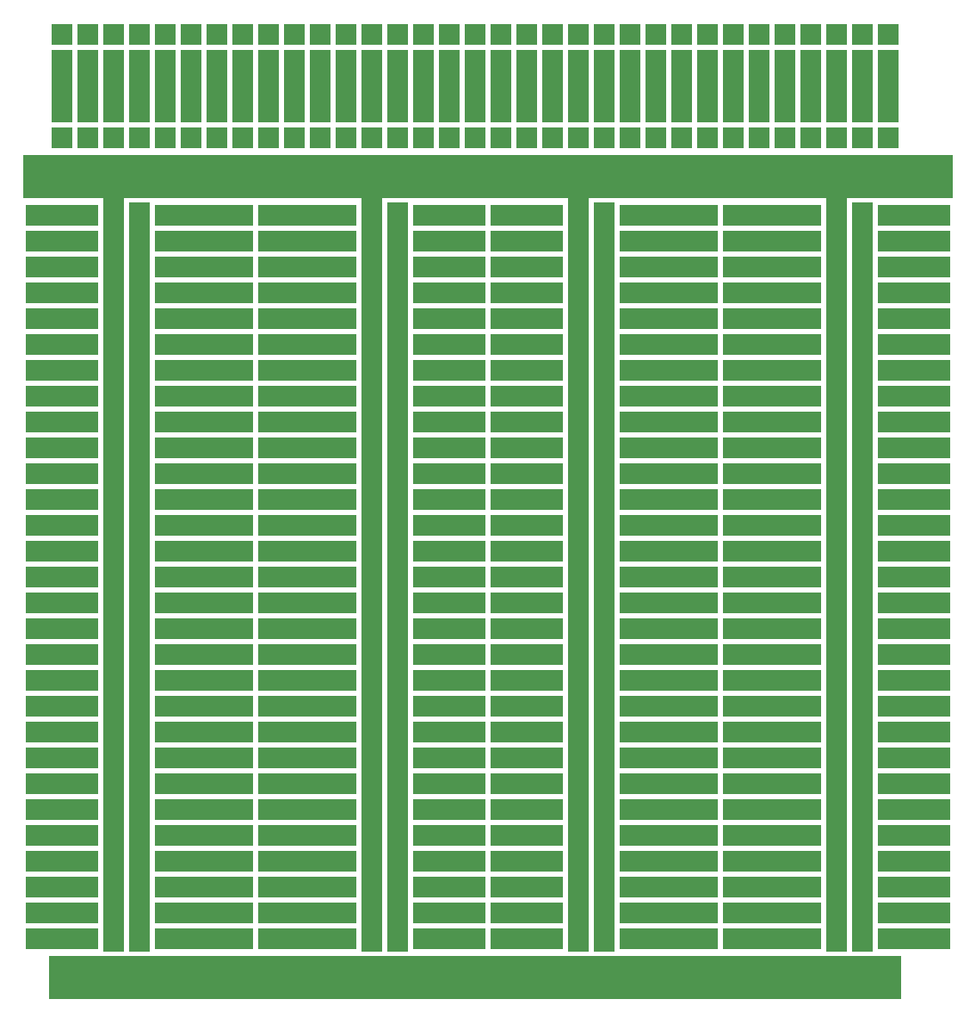
<source format=gbs>
G04 #@! TF.FileFunction,Soldermask,Bot*
%FSLAX46Y46*%
G04 Gerber Fmt 4.6, Leading zero omitted, Abs format (unit mm)*
G04 Created by KiCad (PCBNEW (after 2015-mar-04 BZR unknown)-product) date Mon 01 Jun 2015 23:33:07 BST*
%MOMM*%
G01*
G04 APERTURE LIST*
%ADD10C,0.150000*%
%ADD11R,2.032000X2.540000*%
%ADD12R,2.032000X2.032000*%
%ADD13R,3.048000X2.032000*%
%ADD14R,2.540000X2.286000*%
%ADD15R,3.048000X2.286000*%
G04 APERTURE END LIST*
D10*
D11*
X87630000Y-91440000D03*
X85090000Y-91440000D03*
D12*
X82550000Y-91440000D03*
D13*
X80010000Y-91440000D03*
X77470000Y-91440000D03*
D12*
X74930000Y-91440000D03*
X95250000Y-91440000D03*
D13*
X92710000Y-91440000D03*
D12*
X90170000Y-91440000D03*
D11*
X41910000Y-91440000D03*
X39370000Y-91440000D03*
D12*
X36830000Y-91440000D03*
D13*
X34290000Y-91440000D03*
X31750000Y-91440000D03*
D12*
X29210000Y-91440000D03*
X49530000Y-91440000D03*
D13*
X46990000Y-91440000D03*
D12*
X44450000Y-91440000D03*
D11*
X62230000Y-40640000D03*
X59690000Y-40640000D03*
D12*
X72390000Y-40640000D03*
D13*
X69850000Y-40640000D03*
X67310000Y-40640000D03*
D12*
X64770000Y-40640000D03*
X57150000Y-40640000D03*
D13*
X54610000Y-40640000D03*
D12*
X52070000Y-40640000D03*
D14*
X85090000Y-15494000D03*
X87630000Y-15494000D03*
X90170000Y-15494000D03*
X92710000Y-15494000D03*
X95250000Y-15494000D03*
X82550000Y-15494000D03*
X80010000Y-15494000D03*
X77470000Y-15494000D03*
X74930000Y-15494000D03*
D15*
X82550000Y-17526000D03*
D11*
X85090000Y-17780000D03*
D15*
X87630000Y-17526000D03*
D14*
X80010000Y-17526000D03*
X77470000Y-17526000D03*
X74930000Y-17526000D03*
X90170000Y-17526000D03*
X92710000Y-17526000D03*
X95250000Y-17526000D03*
X8890000Y-96266000D03*
X8890000Y-94234000D03*
D11*
X16510000Y-27940000D03*
X13970000Y-27940000D03*
D12*
X26670000Y-27940000D03*
D13*
X24130000Y-27940000D03*
X21590000Y-27940000D03*
D12*
X19050000Y-27940000D03*
X11430000Y-27940000D03*
D13*
X8890000Y-27940000D03*
D12*
X6350000Y-27940000D03*
D11*
X16510000Y-25400000D03*
X13970000Y-25400000D03*
D12*
X26670000Y-25400000D03*
D13*
X24130000Y-25400000D03*
X21590000Y-25400000D03*
D12*
X19050000Y-25400000D03*
X11430000Y-25400000D03*
D13*
X8890000Y-25400000D03*
D12*
X6350000Y-25400000D03*
D11*
X16510000Y-22860000D03*
X13970000Y-22860000D03*
D12*
X26670000Y-22860000D03*
D13*
X24130000Y-22860000D03*
X21590000Y-22860000D03*
D12*
X19050000Y-22860000D03*
X11430000Y-22860000D03*
D13*
X8890000Y-22860000D03*
D12*
X6350000Y-22860000D03*
D11*
X41910000Y-27940000D03*
X39370000Y-27940000D03*
D12*
X36830000Y-27940000D03*
D13*
X34290000Y-27940000D03*
X31750000Y-27940000D03*
D12*
X29210000Y-27940000D03*
X49530000Y-27940000D03*
D13*
X46990000Y-27940000D03*
D12*
X44450000Y-27940000D03*
D11*
X41910000Y-25400000D03*
X39370000Y-25400000D03*
D12*
X36830000Y-25400000D03*
D13*
X34290000Y-25400000D03*
X31750000Y-25400000D03*
D12*
X29210000Y-25400000D03*
X49530000Y-25400000D03*
D13*
X46990000Y-25400000D03*
D12*
X44450000Y-25400000D03*
D11*
X41910000Y-22860000D03*
X39370000Y-22860000D03*
D12*
X36830000Y-22860000D03*
D13*
X34290000Y-22860000D03*
X31750000Y-22860000D03*
D12*
X29210000Y-22860000D03*
X49530000Y-22860000D03*
D13*
X46990000Y-22860000D03*
D12*
X44450000Y-22860000D03*
D11*
X62230000Y-27940000D03*
X59690000Y-27940000D03*
D12*
X72390000Y-27940000D03*
D13*
X69850000Y-27940000D03*
X67310000Y-27940000D03*
D12*
X64770000Y-27940000D03*
X57150000Y-27940000D03*
D13*
X54610000Y-27940000D03*
D12*
X52070000Y-27940000D03*
D11*
X62230000Y-25400000D03*
X59690000Y-25400000D03*
D12*
X72390000Y-25400000D03*
D13*
X69850000Y-25400000D03*
X67310000Y-25400000D03*
D12*
X64770000Y-25400000D03*
X57150000Y-25400000D03*
D13*
X54610000Y-25400000D03*
D12*
X52070000Y-25400000D03*
D11*
X62230000Y-22860000D03*
X59690000Y-22860000D03*
D12*
X72390000Y-22860000D03*
D13*
X69850000Y-22860000D03*
X67310000Y-22860000D03*
D12*
X64770000Y-22860000D03*
X57150000Y-22860000D03*
D13*
X54610000Y-22860000D03*
D12*
X52070000Y-22860000D03*
D11*
X87630000Y-27940000D03*
X85090000Y-27940000D03*
D12*
X82550000Y-27940000D03*
D13*
X80010000Y-27940000D03*
X77470000Y-27940000D03*
D12*
X74930000Y-27940000D03*
X95250000Y-27940000D03*
D13*
X92710000Y-27940000D03*
D12*
X90170000Y-27940000D03*
D11*
X87630000Y-25400000D03*
X85090000Y-25400000D03*
D12*
X82550000Y-25400000D03*
D13*
X80010000Y-25400000D03*
X77470000Y-25400000D03*
D12*
X74930000Y-25400000D03*
X95250000Y-25400000D03*
D13*
X92710000Y-25400000D03*
D12*
X90170000Y-25400000D03*
D11*
X87630000Y-22860000D03*
X85090000Y-22860000D03*
D12*
X82550000Y-22860000D03*
D13*
X80010000Y-22860000D03*
X77470000Y-22860000D03*
D12*
X74930000Y-22860000D03*
X95250000Y-22860000D03*
D13*
X92710000Y-22860000D03*
D12*
X90170000Y-22860000D03*
D14*
X11430000Y-96266000D03*
X11430000Y-94234000D03*
X90170000Y-96266000D03*
X90170000Y-94234000D03*
X87630000Y-96266000D03*
X87630000Y-94234000D03*
X85090000Y-96266000D03*
X85090000Y-94234000D03*
X82550000Y-96266000D03*
X82550000Y-94234000D03*
X80010000Y-96266000D03*
X80010000Y-94234000D03*
X77470000Y-96266000D03*
X77470000Y-94234000D03*
X74930000Y-96266000D03*
X74930000Y-94234000D03*
X72390000Y-96266000D03*
X72390000Y-94234000D03*
X69850000Y-96266000D03*
X69850000Y-94234000D03*
X67310000Y-96266000D03*
X67310000Y-94234000D03*
X64770000Y-96266000D03*
X64770000Y-94234000D03*
X62230000Y-96266000D03*
X62230000Y-94234000D03*
X59690000Y-96266000D03*
X59690000Y-94234000D03*
X57150000Y-96266000D03*
X57150000Y-94234000D03*
X54610000Y-96266000D03*
X54610000Y-94234000D03*
X52070000Y-96266000D03*
X52070000Y-94234000D03*
X49530000Y-96266000D03*
X49530000Y-94234000D03*
X46990000Y-96266000D03*
X46990000Y-94234000D03*
X44450000Y-96266000D03*
X44450000Y-94234000D03*
X41910000Y-96266000D03*
X41910000Y-94234000D03*
X39370000Y-96266000D03*
X39370000Y-94234000D03*
X36830000Y-96266000D03*
X36830000Y-94234000D03*
X34290000Y-96266000D03*
X34290000Y-94234000D03*
X31750000Y-96266000D03*
X31750000Y-94234000D03*
X29210000Y-96266000D03*
X29210000Y-94234000D03*
X26670000Y-96266000D03*
X26670000Y-94234000D03*
X24130000Y-96266000D03*
X24130000Y-94234000D03*
X21590000Y-96266000D03*
X21590000Y-94234000D03*
X19050000Y-96266000D03*
X19050000Y-94234000D03*
X16510000Y-96266000D03*
X16510000Y-94234000D03*
D11*
X16510000Y-88900000D03*
X13970000Y-88900000D03*
D12*
X26670000Y-88900000D03*
D13*
X24130000Y-88900000D03*
X21590000Y-88900000D03*
D12*
X19050000Y-88900000D03*
X11430000Y-88900000D03*
D13*
X8890000Y-88900000D03*
D12*
X6350000Y-88900000D03*
D11*
X16510000Y-86360000D03*
X13970000Y-86360000D03*
D12*
X26670000Y-86360000D03*
D13*
X24130000Y-86360000D03*
X21590000Y-86360000D03*
D12*
X19050000Y-86360000D03*
X11430000Y-86360000D03*
D13*
X8890000Y-86360000D03*
D12*
X6350000Y-86360000D03*
D11*
X16510000Y-83820000D03*
X13970000Y-83820000D03*
D12*
X26670000Y-83820000D03*
D13*
X24130000Y-83820000D03*
X21590000Y-83820000D03*
D12*
X19050000Y-83820000D03*
X11430000Y-83820000D03*
D13*
X8890000Y-83820000D03*
D12*
X6350000Y-83820000D03*
D11*
X16510000Y-81280000D03*
X13970000Y-81280000D03*
D12*
X26670000Y-81280000D03*
D13*
X24130000Y-81280000D03*
X21590000Y-81280000D03*
D12*
X19050000Y-81280000D03*
X11430000Y-81280000D03*
D13*
X8890000Y-81280000D03*
D12*
X6350000Y-81280000D03*
D11*
X16510000Y-78740000D03*
X13970000Y-78740000D03*
D12*
X26670000Y-78740000D03*
D13*
X24130000Y-78740000D03*
X21590000Y-78740000D03*
D12*
X19050000Y-78740000D03*
X11430000Y-78740000D03*
D13*
X8890000Y-78740000D03*
D12*
X6350000Y-78740000D03*
D11*
X16510000Y-76200000D03*
X13970000Y-76200000D03*
D12*
X26670000Y-76200000D03*
D13*
X24130000Y-76200000D03*
X21590000Y-76200000D03*
D12*
X19050000Y-76200000D03*
X11430000Y-76200000D03*
D13*
X8890000Y-76200000D03*
D12*
X6350000Y-76200000D03*
D11*
X16510000Y-73660000D03*
X13970000Y-73660000D03*
D12*
X26670000Y-73660000D03*
D13*
X24130000Y-73660000D03*
X21590000Y-73660000D03*
D12*
X19050000Y-73660000D03*
X11430000Y-73660000D03*
D13*
X8890000Y-73660000D03*
D12*
X6350000Y-73660000D03*
D11*
X16510000Y-71120000D03*
X13970000Y-71120000D03*
D12*
X26670000Y-71120000D03*
D13*
X24130000Y-71120000D03*
X21590000Y-71120000D03*
D12*
X19050000Y-71120000D03*
X11430000Y-71120000D03*
D13*
X8890000Y-71120000D03*
D12*
X6350000Y-71120000D03*
D11*
X16510000Y-68580000D03*
X13970000Y-68580000D03*
D12*
X26670000Y-68580000D03*
D13*
X24130000Y-68580000D03*
X21590000Y-68580000D03*
D12*
X19050000Y-68580000D03*
X11430000Y-68580000D03*
D13*
X8890000Y-68580000D03*
D12*
X6350000Y-68580000D03*
D11*
X16510000Y-66040000D03*
X13970000Y-66040000D03*
D12*
X26670000Y-66040000D03*
D13*
X24130000Y-66040000D03*
X21590000Y-66040000D03*
D12*
X19050000Y-66040000D03*
X11430000Y-66040000D03*
D13*
X8890000Y-66040000D03*
D12*
X6350000Y-66040000D03*
D11*
X16510000Y-63500000D03*
X13970000Y-63500000D03*
D12*
X26670000Y-63500000D03*
D13*
X24130000Y-63500000D03*
X21590000Y-63500000D03*
D12*
X19050000Y-63500000D03*
X11430000Y-63500000D03*
D13*
X8890000Y-63500000D03*
D12*
X6350000Y-63500000D03*
D11*
X16510000Y-60960000D03*
X13970000Y-60960000D03*
D12*
X26670000Y-60960000D03*
D13*
X24130000Y-60960000D03*
X21590000Y-60960000D03*
D12*
X19050000Y-60960000D03*
X11430000Y-60960000D03*
D13*
X8890000Y-60960000D03*
D12*
X6350000Y-60960000D03*
D11*
X16510000Y-58420000D03*
X13970000Y-58420000D03*
D12*
X26670000Y-58420000D03*
D13*
X24130000Y-58420000D03*
X21590000Y-58420000D03*
D12*
X19050000Y-58420000D03*
X11430000Y-58420000D03*
D13*
X8890000Y-58420000D03*
D12*
X6350000Y-58420000D03*
D11*
X16510000Y-55880000D03*
X13970000Y-55880000D03*
D12*
X26670000Y-55880000D03*
D13*
X24130000Y-55880000D03*
X21590000Y-55880000D03*
D12*
X19050000Y-55880000D03*
X11430000Y-55880000D03*
D13*
X8890000Y-55880000D03*
D12*
X6350000Y-55880000D03*
D11*
X16510000Y-53340000D03*
X13970000Y-53340000D03*
D12*
X26670000Y-53340000D03*
D13*
X24130000Y-53340000D03*
X21590000Y-53340000D03*
D12*
X19050000Y-53340000D03*
X11430000Y-53340000D03*
D13*
X8890000Y-53340000D03*
D12*
X6350000Y-53340000D03*
D11*
X16510000Y-50800000D03*
X13970000Y-50800000D03*
D12*
X26670000Y-50800000D03*
D13*
X24130000Y-50800000D03*
X21590000Y-50800000D03*
D12*
X19050000Y-50800000D03*
X11430000Y-50800000D03*
D13*
X8890000Y-50800000D03*
D12*
X6350000Y-50800000D03*
D11*
X16510000Y-48260000D03*
X13970000Y-48260000D03*
D12*
X26670000Y-48260000D03*
D13*
X24130000Y-48260000D03*
X21590000Y-48260000D03*
D12*
X19050000Y-48260000D03*
X11430000Y-48260000D03*
D13*
X8890000Y-48260000D03*
D12*
X6350000Y-48260000D03*
D11*
X16510000Y-45720000D03*
X13970000Y-45720000D03*
D12*
X26670000Y-45720000D03*
D13*
X24130000Y-45720000D03*
X21590000Y-45720000D03*
D12*
X19050000Y-45720000D03*
X11430000Y-45720000D03*
D13*
X8890000Y-45720000D03*
D12*
X6350000Y-45720000D03*
D11*
X16510000Y-43180000D03*
X13970000Y-43180000D03*
D12*
X26670000Y-43180000D03*
D13*
X24130000Y-43180000D03*
X21590000Y-43180000D03*
D12*
X19050000Y-43180000D03*
X11430000Y-43180000D03*
D13*
X8890000Y-43180000D03*
D12*
X6350000Y-43180000D03*
D11*
X16510000Y-40640000D03*
X13970000Y-40640000D03*
D12*
X26670000Y-40640000D03*
D13*
X24130000Y-40640000D03*
X21590000Y-40640000D03*
D12*
X19050000Y-40640000D03*
X11430000Y-40640000D03*
D13*
X8890000Y-40640000D03*
D12*
X6350000Y-40640000D03*
D11*
X16510000Y-38100000D03*
X13970000Y-38100000D03*
D12*
X26670000Y-38100000D03*
D13*
X24130000Y-38100000D03*
X21590000Y-38100000D03*
D12*
X19050000Y-38100000D03*
X11430000Y-38100000D03*
D13*
X8890000Y-38100000D03*
D12*
X6350000Y-38100000D03*
D11*
X16510000Y-35560000D03*
X13970000Y-35560000D03*
D12*
X26670000Y-35560000D03*
D13*
X24130000Y-35560000D03*
X21590000Y-35560000D03*
D12*
X19050000Y-35560000D03*
X11430000Y-35560000D03*
D13*
X8890000Y-35560000D03*
D12*
X6350000Y-35560000D03*
D11*
X16510000Y-33020000D03*
X13970000Y-33020000D03*
D12*
X26670000Y-33020000D03*
D13*
X24130000Y-33020000D03*
X21590000Y-33020000D03*
D12*
X19050000Y-33020000D03*
X11430000Y-33020000D03*
D13*
X8890000Y-33020000D03*
D12*
X6350000Y-33020000D03*
D11*
X16510000Y-30480000D03*
X13970000Y-30480000D03*
D12*
X26670000Y-30480000D03*
D13*
X24130000Y-30480000D03*
X21590000Y-30480000D03*
D12*
X19050000Y-30480000D03*
X11430000Y-30480000D03*
D13*
X8890000Y-30480000D03*
D12*
X6350000Y-30480000D03*
D11*
X16510000Y-20320000D03*
X13970000Y-20320000D03*
D12*
X26670000Y-20320000D03*
D13*
X24130000Y-20320000D03*
X21590000Y-20320000D03*
D12*
X19050000Y-20320000D03*
X11430000Y-20320000D03*
D13*
X8890000Y-20320000D03*
D12*
X6350000Y-20320000D03*
D11*
X16510000Y-20320000D03*
X13970000Y-20320000D03*
D12*
X26670000Y-20320000D03*
D13*
X24130000Y-20320000D03*
X21590000Y-20320000D03*
D12*
X19050000Y-20320000D03*
X11430000Y-20320000D03*
D13*
X8890000Y-20320000D03*
D12*
X6350000Y-20320000D03*
D11*
X16510000Y-30480000D03*
X13970000Y-30480000D03*
D12*
X26670000Y-30480000D03*
D13*
X24130000Y-30480000D03*
X21590000Y-30480000D03*
D12*
X19050000Y-30480000D03*
X11430000Y-30480000D03*
D13*
X8890000Y-30480000D03*
D12*
X6350000Y-30480000D03*
D11*
X16510000Y-33020000D03*
X13970000Y-33020000D03*
D12*
X26670000Y-33020000D03*
D13*
X24130000Y-33020000D03*
X21590000Y-33020000D03*
D12*
X19050000Y-33020000D03*
X11430000Y-33020000D03*
D13*
X8890000Y-33020000D03*
D12*
X6350000Y-33020000D03*
D11*
X16510000Y-35560000D03*
X13970000Y-35560000D03*
D12*
X26670000Y-35560000D03*
D13*
X24130000Y-35560000D03*
X21590000Y-35560000D03*
D12*
X19050000Y-35560000D03*
X11430000Y-35560000D03*
D13*
X8890000Y-35560000D03*
D12*
X6350000Y-35560000D03*
D11*
X16510000Y-38100000D03*
X13970000Y-38100000D03*
D12*
X26670000Y-38100000D03*
D13*
X24130000Y-38100000D03*
X21590000Y-38100000D03*
D12*
X19050000Y-38100000D03*
X11430000Y-38100000D03*
D13*
X8890000Y-38100000D03*
D12*
X6350000Y-38100000D03*
D11*
X16510000Y-40640000D03*
X13970000Y-40640000D03*
D12*
X26670000Y-40640000D03*
D13*
X24130000Y-40640000D03*
X21590000Y-40640000D03*
D12*
X19050000Y-40640000D03*
X11430000Y-40640000D03*
D13*
X8890000Y-40640000D03*
D12*
X6350000Y-40640000D03*
D11*
X16510000Y-43180000D03*
X13970000Y-43180000D03*
D12*
X26670000Y-43180000D03*
D13*
X24130000Y-43180000D03*
X21590000Y-43180000D03*
D12*
X19050000Y-43180000D03*
X11430000Y-43180000D03*
D13*
X8890000Y-43180000D03*
D12*
X6350000Y-43180000D03*
D11*
X16510000Y-45720000D03*
X13970000Y-45720000D03*
D12*
X26670000Y-45720000D03*
D13*
X24130000Y-45720000D03*
X21590000Y-45720000D03*
D12*
X19050000Y-45720000D03*
X11430000Y-45720000D03*
D13*
X8890000Y-45720000D03*
D12*
X6350000Y-45720000D03*
D11*
X16510000Y-48260000D03*
X13970000Y-48260000D03*
D12*
X26670000Y-48260000D03*
D13*
X24130000Y-48260000D03*
X21590000Y-48260000D03*
D12*
X19050000Y-48260000D03*
X11430000Y-48260000D03*
D13*
X8890000Y-48260000D03*
D12*
X6350000Y-48260000D03*
D11*
X16510000Y-50800000D03*
X13970000Y-50800000D03*
D12*
X26670000Y-50800000D03*
D13*
X24130000Y-50800000D03*
X21590000Y-50800000D03*
D12*
X19050000Y-50800000D03*
X11430000Y-50800000D03*
D13*
X8890000Y-50800000D03*
D12*
X6350000Y-50800000D03*
D11*
X16510000Y-53340000D03*
X13970000Y-53340000D03*
D12*
X26670000Y-53340000D03*
D13*
X24130000Y-53340000D03*
X21590000Y-53340000D03*
D12*
X19050000Y-53340000D03*
X11430000Y-53340000D03*
D13*
X8890000Y-53340000D03*
D12*
X6350000Y-53340000D03*
D11*
X16510000Y-55880000D03*
X13970000Y-55880000D03*
D12*
X26670000Y-55880000D03*
D13*
X24130000Y-55880000D03*
X21590000Y-55880000D03*
D12*
X19050000Y-55880000D03*
X11430000Y-55880000D03*
D13*
X8890000Y-55880000D03*
D12*
X6350000Y-55880000D03*
D11*
X16510000Y-58420000D03*
X13970000Y-58420000D03*
D12*
X26670000Y-58420000D03*
D13*
X24130000Y-58420000D03*
X21590000Y-58420000D03*
D12*
X19050000Y-58420000D03*
X11430000Y-58420000D03*
D13*
X8890000Y-58420000D03*
D12*
X6350000Y-58420000D03*
D11*
X16510000Y-60960000D03*
X13970000Y-60960000D03*
D12*
X26670000Y-60960000D03*
D13*
X24130000Y-60960000D03*
X21590000Y-60960000D03*
D12*
X19050000Y-60960000D03*
X11430000Y-60960000D03*
D13*
X8890000Y-60960000D03*
D12*
X6350000Y-60960000D03*
D11*
X16510000Y-63500000D03*
X13970000Y-63500000D03*
D12*
X26670000Y-63500000D03*
D13*
X24130000Y-63500000D03*
X21590000Y-63500000D03*
D12*
X19050000Y-63500000D03*
X11430000Y-63500000D03*
D13*
X8890000Y-63500000D03*
D12*
X6350000Y-63500000D03*
D11*
X16510000Y-66040000D03*
X13970000Y-66040000D03*
D12*
X26670000Y-66040000D03*
D13*
X24130000Y-66040000D03*
X21590000Y-66040000D03*
D12*
X19050000Y-66040000D03*
X11430000Y-66040000D03*
D13*
X8890000Y-66040000D03*
D12*
X6350000Y-66040000D03*
D11*
X16510000Y-68580000D03*
X13970000Y-68580000D03*
D12*
X26670000Y-68580000D03*
D13*
X24130000Y-68580000D03*
X21590000Y-68580000D03*
D12*
X19050000Y-68580000D03*
X11430000Y-68580000D03*
D13*
X8890000Y-68580000D03*
D12*
X6350000Y-68580000D03*
D11*
X16510000Y-71120000D03*
X13970000Y-71120000D03*
D12*
X26670000Y-71120000D03*
D13*
X24130000Y-71120000D03*
X21590000Y-71120000D03*
D12*
X19050000Y-71120000D03*
X11430000Y-71120000D03*
D13*
X8890000Y-71120000D03*
D12*
X6350000Y-71120000D03*
D11*
X16510000Y-73660000D03*
X13970000Y-73660000D03*
D12*
X26670000Y-73660000D03*
D13*
X24130000Y-73660000D03*
X21590000Y-73660000D03*
D12*
X19050000Y-73660000D03*
X11430000Y-73660000D03*
D13*
X8890000Y-73660000D03*
D12*
X6350000Y-73660000D03*
D11*
X16510000Y-76200000D03*
X13970000Y-76200000D03*
D12*
X26670000Y-76200000D03*
D13*
X24130000Y-76200000D03*
X21590000Y-76200000D03*
D12*
X19050000Y-76200000D03*
X11430000Y-76200000D03*
D13*
X8890000Y-76200000D03*
D12*
X6350000Y-76200000D03*
D11*
X16510000Y-78740000D03*
X13970000Y-78740000D03*
D12*
X26670000Y-78740000D03*
D13*
X24130000Y-78740000D03*
X21590000Y-78740000D03*
D12*
X19050000Y-78740000D03*
X11430000Y-78740000D03*
D13*
X8890000Y-78740000D03*
D12*
X6350000Y-78740000D03*
D11*
X16510000Y-81280000D03*
X13970000Y-81280000D03*
D12*
X26670000Y-81280000D03*
D13*
X24130000Y-81280000D03*
X21590000Y-81280000D03*
D12*
X19050000Y-81280000D03*
X11430000Y-81280000D03*
D13*
X8890000Y-81280000D03*
D12*
X6350000Y-81280000D03*
D11*
X16510000Y-83820000D03*
X13970000Y-83820000D03*
D12*
X26670000Y-83820000D03*
D13*
X24130000Y-83820000D03*
X21590000Y-83820000D03*
D12*
X19050000Y-83820000D03*
X11430000Y-83820000D03*
D13*
X8890000Y-83820000D03*
D12*
X6350000Y-83820000D03*
D11*
X16510000Y-86360000D03*
X13970000Y-86360000D03*
D12*
X26670000Y-86360000D03*
D13*
X24130000Y-86360000D03*
X21590000Y-86360000D03*
D12*
X19050000Y-86360000D03*
X11430000Y-86360000D03*
D13*
X8890000Y-86360000D03*
D12*
X6350000Y-86360000D03*
D11*
X16510000Y-91440000D03*
X13970000Y-91440000D03*
D12*
X26670000Y-91440000D03*
D13*
X24130000Y-91440000D03*
X21590000Y-91440000D03*
D12*
X19050000Y-91440000D03*
X11430000Y-91440000D03*
D13*
X8890000Y-91440000D03*
D12*
X6350000Y-91440000D03*
D11*
X62230000Y-88900000D03*
X59690000Y-88900000D03*
D12*
X72390000Y-88900000D03*
D13*
X69850000Y-88900000D03*
X67310000Y-88900000D03*
D12*
X64770000Y-88900000D03*
X57150000Y-88900000D03*
D13*
X54610000Y-88900000D03*
D12*
X52070000Y-88900000D03*
D11*
X62230000Y-86360000D03*
X59690000Y-86360000D03*
D12*
X72390000Y-86360000D03*
D13*
X69850000Y-86360000D03*
X67310000Y-86360000D03*
D12*
X64770000Y-86360000D03*
X57150000Y-86360000D03*
D13*
X54610000Y-86360000D03*
D12*
X52070000Y-86360000D03*
D11*
X62230000Y-83820000D03*
X59690000Y-83820000D03*
D12*
X72390000Y-83820000D03*
D13*
X69850000Y-83820000D03*
X67310000Y-83820000D03*
D12*
X64770000Y-83820000D03*
X57150000Y-83820000D03*
D13*
X54610000Y-83820000D03*
D12*
X52070000Y-83820000D03*
D11*
X62230000Y-81280000D03*
X59690000Y-81280000D03*
D12*
X72390000Y-81280000D03*
D13*
X69850000Y-81280000D03*
X67310000Y-81280000D03*
D12*
X64770000Y-81280000D03*
X57150000Y-81280000D03*
D13*
X54610000Y-81280000D03*
D12*
X52070000Y-81280000D03*
D11*
X62230000Y-78740000D03*
X59690000Y-78740000D03*
D12*
X72390000Y-78740000D03*
D13*
X69850000Y-78740000D03*
X67310000Y-78740000D03*
D12*
X64770000Y-78740000D03*
X57150000Y-78740000D03*
D13*
X54610000Y-78740000D03*
D12*
X52070000Y-78740000D03*
D11*
X62230000Y-76200000D03*
X59690000Y-76200000D03*
D12*
X72390000Y-76200000D03*
D13*
X69850000Y-76200000D03*
X67310000Y-76200000D03*
D12*
X64770000Y-76200000D03*
X57150000Y-76200000D03*
D13*
X54610000Y-76200000D03*
D12*
X52070000Y-76200000D03*
D11*
X62230000Y-73660000D03*
X59690000Y-73660000D03*
D12*
X72390000Y-73660000D03*
D13*
X69850000Y-73660000D03*
X67310000Y-73660000D03*
D12*
X64770000Y-73660000D03*
X57150000Y-73660000D03*
D13*
X54610000Y-73660000D03*
D12*
X52070000Y-73660000D03*
D11*
X62230000Y-71120000D03*
X59690000Y-71120000D03*
D12*
X72390000Y-71120000D03*
D13*
X69850000Y-71120000D03*
X67310000Y-71120000D03*
D12*
X64770000Y-71120000D03*
X57150000Y-71120000D03*
D13*
X54610000Y-71120000D03*
D12*
X52070000Y-71120000D03*
D11*
X62230000Y-68580000D03*
X59690000Y-68580000D03*
D12*
X72390000Y-68580000D03*
D13*
X69850000Y-68580000D03*
X67310000Y-68580000D03*
D12*
X64770000Y-68580000D03*
X57150000Y-68580000D03*
D13*
X54610000Y-68580000D03*
D12*
X52070000Y-68580000D03*
D11*
X62230000Y-66040000D03*
X59690000Y-66040000D03*
D12*
X72390000Y-66040000D03*
D13*
X69850000Y-66040000D03*
X67310000Y-66040000D03*
D12*
X64770000Y-66040000D03*
X57150000Y-66040000D03*
D13*
X54610000Y-66040000D03*
D12*
X52070000Y-66040000D03*
D11*
X62230000Y-63500000D03*
X59690000Y-63500000D03*
D12*
X72390000Y-63500000D03*
D13*
X69850000Y-63500000D03*
X67310000Y-63500000D03*
D12*
X64770000Y-63500000D03*
X57150000Y-63500000D03*
D13*
X54610000Y-63500000D03*
D12*
X52070000Y-63500000D03*
D11*
X62230000Y-60960000D03*
X59690000Y-60960000D03*
D12*
X72390000Y-60960000D03*
D13*
X69850000Y-60960000D03*
X67310000Y-60960000D03*
D12*
X64770000Y-60960000D03*
X57150000Y-60960000D03*
D13*
X54610000Y-60960000D03*
D12*
X52070000Y-60960000D03*
D11*
X62230000Y-58420000D03*
X59690000Y-58420000D03*
D12*
X72390000Y-58420000D03*
D13*
X69850000Y-58420000D03*
X67310000Y-58420000D03*
D12*
X64770000Y-58420000D03*
X57150000Y-58420000D03*
D13*
X54610000Y-58420000D03*
D12*
X52070000Y-58420000D03*
D11*
X62230000Y-55880000D03*
X59690000Y-55880000D03*
D12*
X72390000Y-55880000D03*
D13*
X69850000Y-55880000D03*
X67310000Y-55880000D03*
D12*
X64770000Y-55880000D03*
X57150000Y-55880000D03*
D13*
X54610000Y-55880000D03*
D12*
X52070000Y-55880000D03*
D11*
X62230000Y-53340000D03*
X59690000Y-53340000D03*
D12*
X72390000Y-53340000D03*
D13*
X69850000Y-53340000D03*
X67310000Y-53340000D03*
D12*
X64770000Y-53340000D03*
X57150000Y-53340000D03*
D13*
X54610000Y-53340000D03*
D12*
X52070000Y-53340000D03*
D11*
X62230000Y-50800000D03*
X59690000Y-50800000D03*
D12*
X72390000Y-50800000D03*
D13*
X69850000Y-50800000D03*
X67310000Y-50800000D03*
D12*
X64770000Y-50800000D03*
X57150000Y-50800000D03*
D13*
X54610000Y-50800000D03*
D12*
X52070000Y-50800000D03*
D11*
X62230000Y-48260000D03*
X59690000Y-48260000D03*
D12*
X72390000Y-48260000D03*
D13*
X69850000Y-48260000D03*
X67310000Y-48260000D03*
D12*
X64770000Y-48260000D03*
X57150000Y-48260000D03*
D13*
X54610000Y-48260000D03*
D12*
X52070000Y-48260000D03*
D11*
X62230000Y-45720000D03*
X59690000Y-45720000D03*
D12*
X72390000Y-45720000D03*
D13*
X69850000Y-45720000D03*
X67310000Y-45720000D03*
D12*
X64770000Y-45720000D03*
X57150000Y-45720000D03*
D13*
X54610000Y-45720000D03*
D12*
X52070000Y-45720000D03*
D11*
X62230000Y-43180000D03*
X59690000Y-43180000D03*
D12*
X72390000Y-43180000D03*
D13*
X69850000Y-43180000D03*
X67310000Y-43180000D03*
D12*
X64770000Y-43180000D03*
X57150000Y-43180000D03*
D13*
X54610000Y-43180000D03*
D12*
X52070000Y-43180000D03*
D11*
X62230000Y-40640000D03*
X59690000Y-40640000D03*
D12*
X72390000Y-40640000D03*
D13*
X69850000Y-40640000D03*
X67310000Y-40640000D03*
D12*
X64770000Y-40640000D03*
X57150000Y-40640000D03*
D13*
X54610000Y-40640000D03*
D12*
X52070000Y-40640000D03*
D11*
X62230000Y-38100000D03*
X59690000Y-38100000D03*
D12*
X72390000Y-38100000D03*
D13*
X69850000Y-38100000D03*
X67310000Y-38100000D03*
D12*
X64770000Y-38100000D03*
X57150000Y-38100000D03*
D13*
X54610000Y-38100000D03*
D12*
X52070000Y-38100000D03*
D11*
X62230000Y-35560000D03*
X59690000Y-35560000D03*
D12*
X72390000Y-35560000D03*
D13*
X69850000Y-35560000D03*
X67310000Y-35560000D03*
D12*
X64770000Y-35560000D03*
X57150000Y-35560000D03*
D13*
X54610000Y-35560000D03*
D12*
X52070000Y-35560000D03*
D11*
X62230000Y-33020000D03*
X59690000Y-33020000D03*
D12*
X72390000Y-33020000D03*
D13*
X69850000Y-33020000D03*
X67310000Y-33020000D03*
D12*
X64770000Y-33020000D03*
X57150000Y-33020000D03*
D13*
X54610000Y-33020000D03*
D12*
X52070000Y-33020000D03*
D11*
X62230000Y-30480000D03*
X59690000Y-30480000D03*
D12*
X72390000Y-30480000D03*
D13*
X69850000Y-30480000D03*
X67310000Y-30480000D03*
D12*
X64770000Y-30480000D03*
X57150000Y-30480000D03*
D13*
X54610000Y-30480000D03*
D12*
X52070000Y-30480000D03*
D11*
X62230000Y-20320000D03*
X59690000Y-20320000D03*
D12*
X72390000Y-20320000D03*
D13*
X69850000Y-20320000D03*
X67310000Y-20320000D03*
D12*
X64770000Y-20320000D03*
X57150000Y-20320000D03*
D13*
X54610000Y-20320000D03*
D12*
X52070000Y-20320000D03*
D11*
X62230000Y-20320000D03*
X59690000Y-20320000D03*
D12*
X72390000Y-20320000D03*
D13*
X69850000Y-20320000D03*
X67310000Y-20320000D03*
D12*
X64770000Y-20320000D03*
X57150000Y-20320000D03*
D13*
X54610000Y-20320000D03*
D12*
X52070000Y-20320000D03*
D11*
X62230000Y-30480000D03*
X59690000Y-30480000D03*
D12*
X72390000Y-30480000D03*
D13*
X69850000Y-30480000D03*
X67310000Y-30480000D03*
D12*
X64770000Y-30480000D03*
X57150000Y-30480000D03*
D13*
X54610000Y-30480000D03*
D12*
X52070000Y-30480000D03*
D11*
X62230000Y-33020000D03*
X59690000Y-33020000D03*
D12*
X72390000Y-33020000D03*
D13*
X69850000Y-33020000D03*
X67310000Y-33020000D03*
D12*
X64770000Y-33020000D03*
X57150000Y-33020000D03*
D13*
X54610000Y-33020000D03*
D12*
X52070000Y-33020000D03*
D11*
X62230000Y-35560000D03*
X59690000Y-35560000D03*
D12*
X72390000Y-35560000D03*
D13*
X69850000Y-35560000D03*
X67310000Y-35560000D03*
D12*
X64770000Y-35560000D03*
X57150000Y-35560000D03*
D13*
X54610000Y-35560000D03*
D12*
X52070000Y-35560000D03*
D11*
X62230000Y-38100000D03*
X59690000Y-38100000D03*
D12*
X72390000Y-38100000D03*
D13*
X69850000Y-38100000D03*
X67310000Y-38100000D03*
D12*
X64770000Y-38100000D03*
X57150000Y-38100000D03*
D13*
X54610000Y-38100000D03*
D12*
X52070000Y-38100000D03*
D11*
X62230000Y-40640000D03*
X59690000Y-40640000D03*
D12*
X72390000Y-40640000D03*
D13*
X69850000Y-40640000D03*
X67310000Y-40640000D03*
D12*
X64770000Y-40640000D03*
X57150000Y-40640000D03*
D13*
X54610000Y-40640000D03*
D12*
X52070000Y-40640000D03*
D11*
X62230000Y-43180000D03*
X59690000Y-43180000D03*
D12*
X72390000Y-43180000D03*
D13*
X69850000Y-43180000D03*
X67310000Y-43180000D03*
D12*
X64770000Y-43180000D03*
X57150000Y-43180000D03*
D13*
X54610000Y-43180000D03*
D12*
X52070000Y-43180000D03*
D11*
X62230000Y-45720000D03*
X59690000Y-45720000D03*
D12*
X72390000Y-45720000D03*
D13*
X69850000Y-45720000D03*
X67310000Y-45720000D03*
D12*
X64770000Y-45720000D03*
X57150000Y-45720000D03*
D13*
X54610000Y-45720000D03*
D12*
X52070000Y-45720000D03*
D11*
X62230000Y-48260000D03*
X59690000Y-48260000D03*
D12*
X72390000Y-48260000D03*
D13*
X69850000Y-48260000D03*
X67310000Y-48260000D03*
D12*
X64770000Y-48260000D03*
X57150000Y-48260000D03*
D13*
X54610000Y-48260000D03*
D12*
X52070000Y-48260000D03*
D11*
X62230000Y-50800000D03*
X59690000Y-50800000D03*
D12*
X72390000Y-50800000D03*
D13*
X69850000Y-50800000D03*
X67310000Y-50800000D03*
D12*
X64770000Y-50800000D03*
X57150000Y-50800000D03*
D13*
X54610000Y-50800000D03*
D12*
X52070000Y-50800000D03*
D11*
X62230000Y-53340000D03*
X59690000Y-53340000D03*
D12*
X72390000Y-53340000D03*
D13*
X69850000Y-53340000D03*
X67310000Y-53340000D03*
D12*
X64770000Y-53340000D03*
X57150000Y-53340000D03*
D13*
X54610000Y-53340000D03*
D12*
X52070000Y-53340000D03*
D11*
X62230000Y-55880000D03*
X59690000Y-55880000D03*
D12*
X72390000Y-55880000D03*
D13*
X69850000Y-55880000D03*
X67310000Y-55880000D03*
D12*
X64770000Y-55880000D03*
X57150000Y-55880000D03*
D13*
X54610000Y-55880000D03*
D12*
X52070000Y-55880000D03*
D11*
X62230000Y-58420000D03*
X59690000Y-58420000D03*
D12*
X72390000Y-58420000D03*
D13*
X69850000Y-58420000D03*
X67310000Y-58420000D03*
D12*
X64770000Y-58420000D03*
X57150000Y-58420000D03*
D13*
X54610000Y-58420000D03*
D12*
X52070000Y-58420000D03*
D11*
X62230000Y-60960000D03*
X59690000Y-60960000D03*
D12*
X72390000Y-60960000D03*
D13*
X69850000Y-60960000D03*
X67310000Y-60960000D03*
D12*
X64770000Y-60960000D03*
X57150000Y-60960000D03*
D13*
X54610000Y-60960000D03*
D12*
X52070000Y-60960000D03*
D11*
X62230000Y-63500000D03*
X59690000Y-63500000D03*
D12*
X72390000Y-63500000D03*
D13*
X69850000Y-63500000D03*
X67310000Y-63500000D03*
D12*
X64770000Y-63500000D03*
X57150000Y-63500000D03*
D13*
X54610000Y-63500000D03*
D12*
X52070000Y-63500000D03*
D11*
X62230000Y-66040000D03*
X59690000Y-66040000D03*
D12*
X72390000Y-66040000D03*
D13*
X69850000Y-66040000D03*
X67310000Y-66040000D03*
D12*
X64770000Y-66040000D03*
X57150000Y-66040000D03*
D13*
X54610000Y-66040000D03*
D12*
X52070000Y-66040000D03*
D11*
X62230000Y-68580000D03*
X59690000Y-68580000D03*
D12*
X72390000Y-68580000D03*
D13*
X69850000Y-68580000D03*
X67310000Y-68580000D03*
D12*
X64770000Y-68580000D03*
X57150000Y-68580000D03*
D13*
X54610000Y-68580000D03*
D12*
X52070000Y-68580000D03*
D11*
X62230000Y-71120000D03*
X59690000Y-71120000D03*
D12*
X72390000Y-71120000D03*
D13*
X69850000Y-71120000D03*
X67310000Y-71120000D03*
D12*
X64770000Y-71120000D03*
X57150000Y-71120000D03*
D13*
X54610000Y-71120000D03*
D12*
X52070000Y-71120000D03*
D11*
X62230000Y-73660000D03*
X59690000Y-73660000D03*
D12*
X72390000Y-73660000D03*
D13*
X69850000Y-73660000D03*
X67310000Y-73660000D03*
D12*
X64770000Y-73660000D03*
X57150000Y-73660000D03*
D13*
X54610000Y-73660000D03*
D12*
X52070000Y-73660000D03*
D11*
X62230000Y-76200000D03*
X59690000Y-76200000D03*
D12*
X72390000Y-76200000D03*
D13*
X69850000Y-76200000D03*
X67310000Y-76200000D03*
D12*
X64770000Y-76200000D03*
X57150000Y-76200000D03*
D13*
X54610000Y-76200000D03*
D12*
X52070000Y-76200000D03*
D11*
X62230000Y-78740000D03*
X59690000Y-78740000D03*
D12*
X72390000Y-78740000D03*
D13*
X69850000Y-78740000D03*
X67310000Y-78740000D03*
D12*
X64770000Y-78740000D03*
X57150000Y-78740000D03*
D13*
X54610000Y-78740000D03*
D12*
X52070000Y-78740000D03*
D11*
X62230000Y-81280000D03*
X59690000Y-81280000D03*
D12*
X72390000Y-81280000D03*
D13*
X69850000Y-81280000D03*
X67310000Y-81280000D03*
D12*
X64770000Y-81280000D03*
X57150000Y-81280000D03*
D13*
X54610000Y-81280000D03*
D12*
X52070000Y-81280000D03*
D11*
X62230000Y-83820000D03*
X59690000Y-83820000D03*
D12*
X72390000Y-83820000D03*
D13*
X69850000Y-83820000D03*
X67310000Y-83820000D03*
D12*
X64770000Y-83820000D03*
X57150000Y-83820000D03*
D13*
X54610000Y-83820000D03*
D12*
X52070000Y-83820000D03*
D11*
X62230000Y-86360000D03*
X59690000Y-86360000D03*
D12*
X72390000Y-86360000D03*
D13*
X69850000Y-86360000D03*
X67310000Y-86360000D03*
D12*
X64770000Y-86360000D03*
X57150000Y-86360000D03*
D13*
X54610000Y-86360000D03*
D12*
X52070000Y-86360000D03*
D11*
X62230000Y-91440000D03*
X59690000Y-91440000D03*
D12*
X72390000Y-91440000D03*
D13*
X69850000Y-91440000D03*
X67310000Y-91440000D03*
D12*
X64770000Y-91440000D03*
X57150000Y-91440000D03*
D13*
X54610000Y-91440000D03*
D12*
X52070000Y-91440000D03*
D11*
X41910000Y-88900000D03*
X39370000Y-88900000D03*
D12*
X36830000Y-88900000D03*
D13*
X34290000Y-88900000D03*
X31750000Y-88900000D03*
D12*
X29210000Y-88900000D03*
X49530000Y-88900000D03*
D13*
X46990000Y-88900000D03*
D12*
X44450000Y-88900000D03*
D11*
X41910000Y-86360000D03*
X39370000Y-86360000D03*
D12*
X36830000Y-86360000D03*
D13*
X34290000Y-86360000D03*
X31750000Y-86360000D03*
D12*
X29210000Y-86360000D03*
X49530000Y-86360000D03*
D13*
X46990000Y-86360000D03*
D12*
X44450000Y-86360000D03*
D11*
X41910000Y-83820000D03*
X39370000Y-83820000D03*
D12*
X36830000Y-83820000D03*
D13*
X34290000Y-83820000D03*
X31750000Y-83820000D03*
D12*
X29210000Y-83820000D03*
X49530000Y-83820000D03*
D13*
X46990000Y-83820000D03*
D12*
X44450000Y-83820000D03*
D11*
X41910000Y-81280000D03*
X39370000Y-81280000D03*
D12*
X36830000Y-81280000D03*
D13*
X34290000Y-81280000D03*
X31750000Y-81280000D03*
D12*
X29210000Y-81280000D03*
X49530000Y-81280000D03*
D13*
X46990000Y-81280000D03*
D12*
X44450000Y-81280000D03*
D11*
X41910000Y-78740000D03*
X39370000Y-78740000D03*
D12*
X36830000Y-78740000D03*
D13*
X34290000Y-78740000D03*
X31750000Y-78740000D03*
D12*
X29210000Y-78740000D03*
X49530000Y-78740000D03*
D13*
X46990000Y-78740000D03*
D12*
X44450000Y-78740000D03*
D11*
X41910000Y-76200000D03*
X39370000Y-76200000D03*
D12*
X36830000Y-76200000D03*
D13*
X34290000Y-76200000D03*
X31750000Y-76200000D03*
D12*
X29210000Y-76200000D03*
X49530000Y-76200000D03*
D13*
X46990000Y-76200000D03*
D12*
X44450000Y-76200000D03*
D11*
X41910000Y-73660000D03*
X39370000Y-73660000D03*
D12*
X36830000Y-73660000D03*
D13*
X34290000Y-73660000D03*
X31750000Y-73660000D03*
D12*
X29210000Y-73660000D03*
X49530000Y-73660000D03*
D13*
X46990000Y-73660000D03*
D12*
X44450000Y-73660000D03*
D11*
X41910000Y-71120000D03*
X39370000Y-71120000D03*
D12*
X36830000Y-71120000D03*
D13*
X34290000Y-71120000D03*
X31750000Y-71120000D03*
D12*
X29210000Y-71120000D03*
X49530000Y-71120000D03*
D13*
X46990000Y-71120000D03*
D12*
X44450000Y-71120000D03*
D11*
X41910000Y-68580000D03*
X39370000Y-68580000D03*
D12*
X36830000Y-68580000D03*
D13*
X34290000Y-68580000D03*
X31750000Y-68580000D03*
D12*
X29210000Y-68580000D03*
X49530000Y-68580000D03*
D13*
X46990000Y-68580000D03*
D12*
X44450000Y-68580000D03*
D11*
X41910000Y-66040000D03*
X39370000Y-66040000D03*
D12*
X36830000Y-66040000D03*
D13*
X34290000Y-66040000D03*
X31750000Y-66040000D03*
D12*
X29210000Y-66040000D03*
X49530000Y-66040000D03*
D13*
X46990000Y-66040000D03*
D12*
X44450000Y-66040000D03*
D11*
X41910000Y-63500000D03*
X39370000Y-63500000D03*
D12*
X36830000Y-63500000D03*
D13*
X34290000Y-63500000D03*
X31750000Y-63500000D03*
D12*
X29210000Y-63500000D03*
X49530000Y-63500000D03*
D13*
X46990000Y-63500000D03*
D12*
X44450000Y-63500000D03*
D11*
X41910000Y-60960000D03*
X39370000Y-60960000D03*
D12*
X36830000Y-60960000D03*
D13*
X34290000Y-60960000D03*
X31750000Y-60960000D03*
D12*
X29210000Y-60960000D03*
X49530000Y-60960000D03*
D13*
X46990000Y-60960000D03*
D12*
X44450000Y-60960000D03*
D11*
X41910000Y-58420000D03*
X39370000Y-58420000D03*
D12*
X36830000Y-58420000D03*
D13*
X34290000Y-58420000D03*
X31750000Y-58420000D03*
D12*
X29210000Y-58420000D03*
X49530000Y-58420000D03*
D13*
X46990000Y-58420000D03*
D12*
X44450000Y-58420000D03*
D11*
X41910000Y-55880000D03*
X39370000Y-55880000D03*
D12*
X36830000Y-55880000D03*
D13*
X34290000Y-55880000D03*
X31750000Y-55880000D03*
D12*
X29210000Y-55880000D03*
X49530000Y-55880000D03*
D13*
X46990000Y-55880000D03*
D12*
X44450000Y-55880000D03*
D11*
X41910000Y-53340000D03*
X39370000Y-53340000D03*
D12*
X36830000Y-53340000D03*
D13*
X34290000Y-53340000D03*
X31750000Y-53340000D03*
D12*
X29210000Y-53340000D03*
X49530000Y-53340000D03*
D13*
X46990000Y-53340000D03*
D12*
X44450000Y-53340000D03*
D11*
X41910000Y-50800000D03*
X39370000Y-50800000D03*
D12*
X36830000Y-50800000D03*
D13*
X34290000Y-50800000D03*
X31750000Y-50800000D03*
D12*
X29210000Y-50800000D03*
X49530000Y-50800000D03*
D13*
X46990000Y-50800000D03*
D12*
X44450000Y-50800000D03*
D11*
X41910000Y-48260000D03*
X39370000Y-48260000D03*
D12*
X36830000Y-48260000D03*
D13*
X34290000Y-48260000D03*
X31750000Y-48260000D03*
D12*
X29210000Y-48260000D03*
X49530000Y-48260000D03*
D13*
X46990000Y-48260000D03*
D12*
X44450000Y-48260000D03*
D11*
X41910000Y-45720000D03*
X39370000Y-45720000D03*
D12*
X36830000Y-45720000D03*
D13*
X34290000Y-45720000D03*
X31750000Y-45720000D03*
D12*
X29210000Y-45720000D03*
X49530000Y-45720000D03*
D13*
X46990000Y-45720000D03*
D12*
X44450000Y-45720000D03*
D11*
X41910000Y-43180000D03*
X39370000Y-43180000D03*
D12*
X36830000Y-43180000D03*
D13*
X34290000Y-43180000D03*
X31750000Y-43180000D03*
D12*
X29210000Y-43180000D03*
X49530000Y-43180000D03*
D13*
X46990000Y-43180000D03*
D12*
X44450000Y-43180000D03*
D11*
X41910000Y-40640000D03*
X39370000Y-40640000D03*
D12*
X36830000Y-40640000D03*
D13*
X34290000Y-40640000D03*
X31750000Y-40640000D03*
D12*
X29210000Y-40640000D03*
X49530000Y-40640000D03*
D13*
X46990000Y-40640000D03*
D12*
X44450000Y-40640000D03*
D11*
X41910000Y-38100000D03*
X39370000Y-38100000D03*
D12*
X36830000Y-38100000D03*
D13*
X34290000Y-38100000D03*
X31750000Y-38100000D03*
D12*
X29210000Y-38100000D03*
X49530000Y-38100000D03*
D13*
X46990000Y-38100000D03*
D12*
X44450000Y-38100000D03*
D11*
X41910000Y-35560000D03*
X39370000Y-35560000D03*
D12*
X36830000Y-35560000D03*
D13*
X34290000Y-35560000D03*
X31750000Y-35560000D03*
D12*
X29210000Y-35560000D03*
X49530000Y-35560000D03*
D13*
X46990000Y-35560000D03*
D12*
X44450000Y-35560000D03*
D11*
X41910000Y-33020000D03*
X39370000Y-33020000D03*
D12*
X36830000Y-33020000D03*
D13*
X34290000Y-33020000D03*
X31750000Y-33020000D03*
D12*
X29210000Y-33020000D03*
X49530000Y-33020000D03*
D13*
X46990000Y-33020000D03*
D12*
X44450000Y-33020000D03*
D11*
X41910000Y-30480000D03*
X39370000Y-30480000D03*
D12*
X36830000Y-30480000D03*
D13*
X34290000Y-30480000D03*
X31750000Y-30480000D03*
D12*
X29210000Y-30480000D03*
X49530000Y-30480000D03*
D13*
X46990000Y-30480000D03*
D12*
X44450000Y-30480000D03*
D11*
X41910000Y-20320000D03*
X39370000Y-20320000D03*
D12*
X36830000Y-20320000D03*
D13*
X34290000Y-20320000D03*
X31750000Y-20320000D03*
D12*
X29210000Y-20320000D03*
X49530000Y-20320000D03*
D13*
X46990000Y-20320000D03*
D12*
X44450000Y-20320000D03*
D11*
X87630000Y-20320000D03*
X85090000Y-20320000D03*
D12*
X82550000Y-20320000D03*
D13*
X80010000Y-20320000D03*
X77470000Y-20320000D03*
D12*
X74930000Y-20320000D03*
X95250000Y-20320000D03*
D13*
X92710000Y-20320000D03*
D12*
X90170000Y-20320000D03*
D11*
X87630000Y-30480000D03*
X85090000Y-30480000D03*
D12*
X82550000Y-30480000D03*
D13*
X80010000Y-30480000D03*
X77470000Y-30480000D03*
D12*
X74930000Y-30480000D03*
X95250000Y-30480000D03*
D13*
X92710000Y-30480000D03*
D12*
X90170000Y-30480000D03*
D11*
X87630000Y-33020000D03*
X85090000Y-33020000D03*
D12*
X82550000Y-33020000D03*
D13*
X80010000Y-33020000D03*
X77470000Y-33020000D03*
D12*
X74930000Y-33020000D03*
X95250000Y-33020000D03*
D13*
X92710000Y-33020000D03*
D12*
X90170000Y-33020000D03*
D11*
X87630000Y-35560000D03*
X85090000Y-35560000D03*
D12*
X82550000Y-35560000D03*
D13*
X80010000Y-35560000D03*
X77470000Y-35560000D03*
D12*
X74930000Y-35560000D03*
X95250000Y-35560000D03*
D13*
X92710000Y-35560000D03*
D12*
X90170000Y-35560000D03*
D11*
X87630000Y-38100000D03*
X85090000Y-38100000D03*
D12*
X82550000Y-38100000D03*
D13*
X80010000Y-38100000D03*
X77470000Y-38100000D03*
D12*
X74930000Y-38100000D03*
X95250000Y-38100000D03*
D13*
X92710000Y-38100000D03*
D12*
X90170000Y-38100000D03*
D11*
X87630000Y-40640000D03*
X85090000Y-40640000D03*
D12*
X82550000Y-40640000D03*
D13*
X80010000Y-40640000D03*
X77470000Y-40640000D03*
D12*
X74930000Y-40640000D03*
X95250000Y-40640000D03*
D13*
X92710000Y-40640000D03*
D12*
X90170000Y-40640000D03*
D11*
X87630000Y-43180000D03*
X85090000Y-43180000D03*
D12*
X82550000Y-43180000D03*
D13*
X80010000Y-43180000D03*
X77470000Y-43180000D03*
D12*
X74930000Y-43180000D03*
X95250000Y-43180000D03*
D13*
X92710000Y-43180000D03*
D12*
X90170000Y-43180000D03*
D11*
X87630000Y-45720000D03*
X85090000Y-45720000D03*
D12*
X82550000Y-45720000D03*
D13*
X80010000Y-45720000D03*
X77470000Y-45720000D03*
D12*
X74930000Y-45720000D03*
X95250000Y-45720000D03*
D13*
X92710000Y-45720000D03*
D12*
X90170000Y-45720000D03*
D11*
X87630000Y-48260000D03*
X85090000Y-48260000D03*
D12*
X82550000Y-48260000D03*
D13*
X80010000Y-48260000D03*
X77470000Y-48260000D03*
D12*
X74930000Y-48260000D03*
X95250000Y-48260000D03*
D13*
X92710000Y-48260000D03*
D12*
X90170000Y-48260000D03*
D11*
X87630000Y-50800000D03*
X85090000Y-50800000D03*
D12*
X82550000Y-50800000D03*
D13*
X80010000Y-50800000D03*
X77470000Y-50800000D03*
D12*
X74930000Y-50800000D03*
X95250000Y-50800000D03*
D13*
X92710000Y-50800000D03*
D12*
X90170000Y-50800000D03*
D11*
X87630000Y-53340000D03*
X85090000Y-53340000D03*
D12*
X82550000Y-53340000D03*
D13*
X80010000Y-53340000D03*
X77470000Y-53340000D03*
D12*
X74930000Y-53340000D03*
X95250000Y-53340000D03*
D13*
X92710000Y-53340000D03*
D12*
X90170000Y-53340000D03*
D11*
X87630000Y-55880000D03*
X85090000Y-55880000D03*
D12*
X82550000Y-55880000D03*
D13*
X80010000Y-55880000D03*
X77470000Y-55880000D03*
D12*
X74930000Y-55880000D03*
X95250000Y-55880000D03*
D13*
X92710000Y-55880000D03*
D12*
X90170000Y-55880000D03*
D11*
X87630000Y-58420000D03*
X85090000Y-58420000D03*
D12*
X82550000Y-58420000D03*
D13*
X80010000Y-58420000D03*
X77470000Y-58420000D03*
D12*
X74930000Y-58420000D03*
X95250000Y-58420000D03*
D13*
X92710000Y-58420000D03*
D12*
X90170000Y-58420000D03*
D11*
X87630000Y-60960000D03*
X85090000Y-60960000D03*
D12*
X82550000Y-60960000D03*
D13*
X80010000Y-60960000D03*
X77470000Y-60960000D03*
D12*
X74930000Y-60960000D03*
X95250000Y-60960000D03*
D13*
X92710000Y-60960000D03*
D12*
X90170000Y-60960000D03*
D11*
X87630000Y-63500000D03*
X85090000Y-63500000D03*
D12*
X82550000Y-63500000D03*
D13*
X80010000Y-63500000D03*
X77470000Y-63500000D03*
D12*
X74930000Y-63500000D03*
X95250000Y-63500000D03*
D13*
X92710000Y-63500000D03*
D12*
X90170000Y-63500000D03*
D11*
X87630000Y-66040000D03*
X85090000Y-66040000D03*
D12*
X82550000Y-66040000D03*
D13*
X80010000Y-66040000D03*
X77470000Y-66040000D03*
D12*
X74930000Y-66040000D03*
X95250000Y-66040000D03*
D13*
X92710000Y-66040000D03*
D12*
X90170000Y-66040000D03*
D11*
X87630000Y-68580000D03*
X85090000Y-68580000D03*
D12*
X82550000Y-68580000D03*
D13*
X80010000Y-68580000D03*
X77470000Y-68580000D03*
D12*
X74930000Y-68580000D03*
X95250000Y-68580000D03*
D13*
X92710000Y-68580000D03*
D12*
X90170000Y-68580000D03*
D11*
X87630000Y-71120000D03*
X85090000Y-71120000D03*
D12*
X82550000Y-71120000D03*
D13*
X80010000Y-71120000D03*
X77470000Y-71120000D03*
D12*
X74930000Y-71120000D03*
X95250000Y-71120000D03*
D13*
X92710000Y-71120000D03*
D12*
X90170000Y-71120000D03*
D11*
X87630000Y-73660000D03*
X85090000Y-73660000D03*
D12*
X82550000Y-73660000D03*
D13*
X80010000Y-73660000D03*
X77470000Y-73660000D03*
D12*
X74930000Y-73660000D03*
X95250000Y-73660000D03*
D13*
X92710000Y-73660000D03*
D12*
X90170000Y-73660000D03*
D11*
X87630000Y-76200000D03*
X85090000Y-76200000D03*
D12*
X82550000Y-76200000D03*
D13*
X80010000Y-76200000D03*
X77470000Y-76200000D03*
D12*
X74930000Y-76200000D03*
X95250000Y-76200000D03*
D13*
X92710000Y-76200000D03*
D12*
X90170000Y-76200000D03*
D11*
X87630000Y-78740000D03*
X85090000Y-78740000D03*
D12*
X82550000Y-78740000D03*
D13*
X80010000Y-78740000D03*
X77470000Y-78740000D03*
D12*
X74930000Y-78740000D03*
X95250000Y-78740000D03*
D13*
X92710000Y-78740000D03*
D12*
X90170000Y-78740000D03*
D11*
X87630000Y-81280000D03*
X85090000Y-81280000D03*
D12*
X82550000Y-81280000D03*
D13*
X80010000Y-81280000D03*
X77470000Y-81280000D03*
D12*
X74930000Y-81280000D03*
X95250000Y-81280000D03*
D13*
X92710000Y-81280000D03*
D12*
X90170000Y-81280000D03*
D11*
X87630000Y-83820000D03*
X85090000Y-83820000D03*
D12*
X82550000Y-83820000D03*
D13*
X80010000Y-83820000D03*
X77470000Y-83820000D03*
D12*
X74930000Y-83820000D03*
X95250000Y-83820000D03*
D13*
X92710000Y-83820000D03*
D12*
X90170000Y-83820000D03*
D11*
X87630000Y-86360000D03*
X85090000Y-86360000D03*
D12*
X82550000Y-86360000D03*
D13*
X80010000Y-86360000D03*
X77470000Y-86360000D03*
D12*
X74930000Y-86360000D03*
X95250000Y-86360000D03*
D13*
X92710000Y-86360000D03*
D12*
X90170000Y-86360000D03*
D11*
X87630000Y-88900000D03*
X85090000Y-88900000D03*
D12*
X82550000Y-88900000D03*
D13*
X80010000Y-88900000D03*
X77470000Y-88900000D03*
D12*
X74930000Y-88900000D03*
X95250000Y-88900000D03*
D13*
X92710000Y-88900000D03*
D12*
X90170000Y-88900000D03*
D14*
X13970000Y-96266000D03*
X13970000Y-94234000D03*
X62230000Y-15494000D03*
X64770000Y-15494000D03*
X67310000Y-15494000D03*
X69850000Y-15494000D03*
X72390000Y-15494000D03*
X59690000Y-15494000D03*
X57150000Y-15494000D03*
X54610000Y-15494000D03*
X52070000Y-15494000D03*
D15*
X62230000Y-17526000D03*
D11*
X59690000Y-17780000D03*
D15*
X57150000Y-17526000D03*
D14*
X64770000Y-17526000D03*
X54610000Y-17526000D03*
X52070000Y-17526000D03*
X67310000Y-17526000D03*
X69850000Y-17526000D03*
X72390000Y-17526000D03*
X16510000Y-15494000D03*
X19050000Y-15494000D03*
X21590000Y-15494000D03*
X24130000Y-15494000D03*
X26670000Y-15494000D03*
X13970000Y-15494000D03*
X11430000Y-15494000D03*
X8890000Y-15494000D03*
X6350000Y-15494000D03*
D15*
X16510000Y-17526000D03*
D11*
X13970000Y-17780000D03*
D15*
X11430000Y-17526000D03*
D14*
X19050000Y-17526000D03*
X8890000Y-17526000D03*
X6350000Y-17526000D03*
X21590000Y-17526000D03*
X24130000Y-17526000D03*
X26670000Y-17526000D03*
X39370000Y-15494000D03*
X41910000Y-15494000D03*
X44450000Y-15494000D03*
X46990000Y-15494000D03*
X49530000Y-15494000D03*
X36830000Y-15494000D03*
X34290000Y-15494000D03*
X31750000Y-15494000D03*
X29210000Y-15494000D03*
D15*
X36830000Y-17526000D03*
D11*
X39370000Y-17780000D03*
D15*
X41910000Y-17526000D03*
D14*
X34290000Y-17526000D03*
X31750000Y-17526000D03*
X29210000Y-17526000D03*
X44450000Y-17526000D03*
X46990000Y-17526000D03*
X49530000Y-17526000D03*
D12*
X90170000Y-2540000D03*
D11*
X90170000Y-5334000D03*
D12*
X90170000Y-12700000D03*
D11*
X90170000Y-7874000D03*
X90170000Y-9906000D03*
D12*
X87630000Y-2540000D03*
D11*
X87630000Y-5334000D03*
D12*
X87630000Y-12700000D03*
D11*
X87630000Y-7874000D03*
X87630000Y-9906000D03*
D12*
X85090000Y-2540000D03*
D11*
X85090000Y-5334000D03*
D12*
X85090000Y-12700000D03*
D11*
X85090000Y-7874000D03*
X85090000Y-9906000D03*
D12*
X82550000Y-2540000D03*
D11*
X82550000Y-5334000D03*
D12*
X82550000Y-12700000D03*
D11*
X82550000Y-7874000D03*
X82550000Y-9906000D03*
D12*
X80010000Y-2540000D03*
D11*
X80010000Y-5334000D03*
D12*
X80010000Y-12700000D03*
D11*
X80010000Y-7874000D03*
X80010000Y-9906000D03*
D12*
X77470000Y-2540000D03*
D11*
X77470000Y-5334000D03*
D12*
X77470000Y-12700000D03*
D11*
X77470000Y-7874000D03*
X77470000Y-9906000D03*
D12*
X74930000Y-2540000D03*
D11*
X74930000Y-5334000D03*
D12*
X74930000Y-12700000D03*
D11*
X74930000Y-7874000D03*
X74930000Y-9906000D03*
D12*
X72390000Y-2540000D03*
D11*
X72390000Y-5334000D03*
D12*
X72390000Y-12700000D03*
D11*
X72390000Y-7874000D03*
X72390000Y-9906000D03*
D12*
X69850000Y-2540000D03*
D11*
X69850000Y-5334000D03*
D12*
X69850000Y-12700000D03*
D11*
X69850000Y-7874000D03*
X69850000Y-9906000D03*
D12*
X67310000Y-2540000D03*
D11*
X67310000Y-5334000D03*
D12*
X67310000Y-12700000D03*
D11*
X67310000Y-7874000D03*
X67310000Y-9906000D03*
D12*
X64770000Y-2540000D03*
D11*
X64770000Y-5334000D03*
D12*
X64770000Y-12700000D03*
D11*
X64770000Y-7874000D03*
X64770000Y-9906000D03*
D12*
X62230000Y-2540000D03*
D11*
X62230000Y-5334000D03*
D12*
X62230000Y-12700000D03*
D11*
X62230000Y-7874000D03*
X62230000Y-9906000D03*
D12*
X59690000Y-2540000D03*
D11*
X59690000Y-5334000D03*
D12*
X59690000Y-12700000D03*
D11*
X59690000Y-7874000D03*
X59690000Y-9906000D03*
D12*
X57150000Y-2540000D03*
D11*
X57150000Y-5334000D03*
D12*
X57150000Y-12700000D03*
D11*
X57150000Y-7874000D03*
X57150000Y-9906000D03*
D12*
X54610000Y-2540000D03*
D11*
X54610000Y-5334000D03*
D12*
X54610000Y-12700000D03*
D11*
X54610000Y-7874000D03*
X54610000Y-9906000D03*
D12*
X52070000Y-2540000D03*
D11*
X52070000Y-5334000D03*
D12*
X52070000Y-12700000D03*
D11*
X52070000Y-7874000D03*
X52070000Y-9906000D03*
D12*
X49530000Y-2540000D03*
D11*
X49530000Y-5334000D03*
D12*
X49530000Y-12700000D03*
D11*
X49530000Y-7874000D03*
X49530000Y-9906000D03*
D12*
X46990000Y-2540000D03*
D11*
X46990000Y-5334000D03*
D12*
X46990000Y-12700000D03*
D11*
X46990000Y-7874000D03*
X46990000Y-9906000D03*
D12*
X44450000Y-2540000D03*
D11*
X44450000Y-5334000D03*
D12*
X44450000Y-12700000D03*
D11*
X44450000Y-7874000D03*
X44450000Y-9906000D03*
D12*
X41910000Y-2540000D03*
D11*
X41910000Y-5334000D03*
D12*
X41910000Y-12700000D03*
D11*
X41910000Y-7874000D03*
X41910000Y-9906000D03*
D12*
X39370000Y-2540000D03*
D11*
X39370000Y-5334000D03*
D12*
X39370000Y-12700000D03*
D11*
X39370000Y-7874000D03*
X39370000Y-9906000D03*
D12*
X36830000Y-2540000D03*
D11*
X36830000Y-5334000D03*
D12*
X36830000Y-12700000D03*
D11*
X36830000Y-7874000D03*
X36830000Y-9906000D03*
D12*
X34290000Y-2540000D03*
D11*
X34290000Y-5334000D03*
D12*
X34290000Y-12700000D03*
D11*
X34290000Y-7874000D03*
X34290000Y-9906000D03*
D12*
X31750000Y-2540000D03*
D11*
X31750000Y-5334000D03*
D12*
X31750000Y-12700000D03*
D11*
X31750000Y-7874000D03*
X31750000Y-9906000D03*
D12*
X29210000Y-2540000D03*
D11*
X29210000Y-5334000D03*
D12*
X29210000Y-12700000D03*
D11*
X29210000Y-7874000D03*
X29210000Y-9906000D03*
D12*
X26670000Y-2540000D03*
D11*
X26670000Y-5334000D03*
D12*
X26670000Y-12700000D03*
D11*
X26670000Y-7874000D03*
X26670000Y-9906000D03*
D12*
X24130000Y-2540000D03*
D11*
X24130000Y-5334000D03*
D12*
X24130000Y-12700000D03*
D11*
X24130000Y-7874000D03*
X24130000Y-9906000D03*
D12*
X21590000Y-2540000D03*
D11*
X21590000Y-5334000D03*
D12*
X21590000Y-12700000D03*
D11*
X21590000Y-7874000D03*
X21590000Y-9906000D03*
D12*
X19050000Y-2540000D03*
D11*
X19050000Y-5334000D03*
D12*
X19050000Y-12700000D03*
D11*
X19050000Y-7874000D03*
X19050000Y-9906000D03*
D12*
X16510000Y-2540000D03*
D11*
X16510000Y-5334000D03*
D12*
X16510000Y-12700000D03*
D11*
X16510000Y-7874000D03*
X16510000Y-9906000D03*
D12*
X13970000Y-2540000D03*
D11*
X13970000Y-5334000D03*
D12*
X13970000Y-12700000D03*
D11*
X13970000Y-7874000D03*
X13970000Y-9906000D03*
D12*
X11430000Y-2540000D03*
D11*
X11430000Y-5334000D03*
D12*
X11430000Y-12700000D03*
D11*
X11430000Y-7874000D03*
X11430000Y-9906000D03*
D12*
X8890000Y-2540000D03*
D11*
X8890000Y-5334000D03*
D12*
X8890000Y-12700000D03*
D11*
X8890000Y-7874000D03*
X8890000Y-9906000D03*
M02*

</source>
